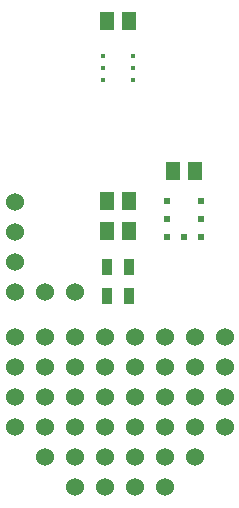
<source format=gts>
G04 (created by PCBNEW (2013-07-07 BZR 4022)-stable) date 2/6/2015 4:46:30 PM*
%MOIN*%
G04 Gerber Fmt 3.4, Leading zero omitted, Abs format*
%FSLAX34Y34*%
G01*
G70*
G90*
G04 APERTURE LIST*
%ADD10C,0.00590551*%
%ADD11C,0.06*%
%ADD12R,0.035X0.055*%
%ADD13R,0.015748X0.015748*%
%ADD14R,0.0512X0.059*%
%ADD15R,0.019685X0.023622*%
%ADD16R,0.023622X0.019685*%
G04 APERTURE END LIST*
G54D10*
G54D11*
X84156Y-51928D03*
X85156Y-51928D03*
X86156Y-51928D03*
X87156Y-51928D03*
X88156Y-50928D03*
X87156Y-50928D03*
X85156Y-50928D03*
X86156Y-50928D03*
X83156Y-50928D03*
X84156Y-50928D03*
X88156Y-48928D03*
X89156Y-48928D03*
X85156Y-48928D03*
X84156Y-48928D03*
X86156Y-48928D03*
X87156Y-48928D03*
X83156Y-48928D03*
X82156Y-48928D03*
X82156Y-49928D03*
X83156Y-49928D03*
X87156Y-49928D03*
X86156Y-49928D03*
X84156Y-49928D03*
X85156Y-49928D03*
X88156Y-49928D03*
X89156Y-49928D03*
X88156Y-47928D03*
X89156Y-47928D03*
X85156Y-47928D03*
X84156Y-47928D03*
X86156Y-47928D03*
X87156Y-47928D03*
X83156Y-47928D03*
X82156Y-47928D03*
X87156Y-46928D03*
X86156Y-46928D03*
X84156Y-46928D03*
X85156Y-46928D03*
X88156Y-46928D03*
G54D12*
X85225Y-44600D03*
X85975Y-44600D03*
X85225Y-45550D03*
X85975Y-45550D03*
G54D13*
X85089Y-37563D03*
X85089Y-37957D03*
X85089Y-38351D03*
X86113Y-37563D03*
X86113Y-37957D03*
X86113Y-38351D03*
G54D14*
X85976Y-36382D03*
X85226Y-36382D03*
X85225Y-43400D03*
X85975Y-43400D03*
X85225Y-42400D03*
X85975Y-42400D03*
X87425Y-41400D03*
X88175Y-41400D03*
G54D15*
X88370Y-43590D03*
X88370Y-43000D03*
X88370Y-42409D03*
X87229Y-42409D03*
X87229Y-43000D03*
X87229Y-43590D03*
G54D16*
X87800Y-43590D03*
G54D11*
X82156Y-45428D03*
X82156Y-44428D03*
X82156Y-42428D03*
X82156Y-43428D03*
X84156Y-45428D03*
X82156Y-46928D03*
X83156Y-46928D03*
X89156Y-46928D03*
X83156Y-45428D03*
M02*

</source>
